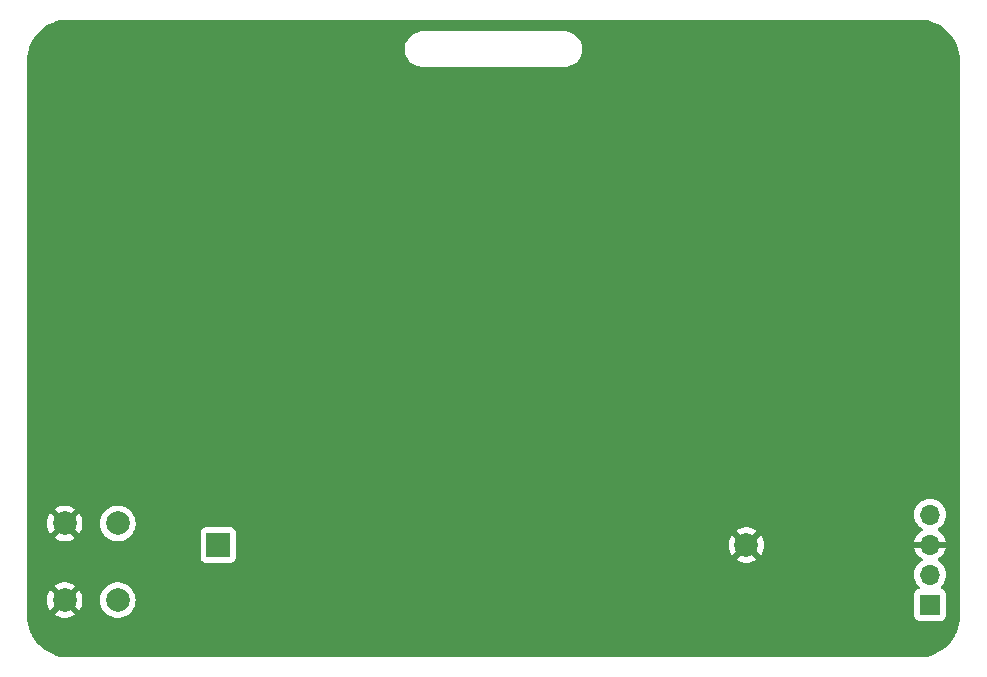
<source format=gbr>
%TF.GenerationSoftware,KiCad,Pcbnew,8.0.6*%
%TF.CreationDate,2024-12-16T19:53:59-05:00*%
%TF.ProjectId,nametag,6e616d65-7461-4672-9e6b-696361645f70,rev?*%
%TF.SameCoordinates,Original*%
%TF.FileFunction,Copper,L2,Bot*%
%TF.FilePolarity,Positive*%
%FSLAX46Y46*%
G04 Gerber Fmt 4.6, Leading zero omitted, Abs format (unit mm)*
G04 Created by KiCad (PCBNEW 8.0.6) date 2024-12-16 19:53:59*
%MOMM*%
%LPD*%
G01*
G04 APERTURE LIST*
%TA.AperFunction,ComponentPad*%
%ADD10C,2.000000*%
%TD*%
%TA.AperFunction,ComponentPad*%
%ADD11R,1.700000X1.700000*%
%TD*%
%TA.AperFunction,ComponentPad*%
%ADD12O,1.700000X1.700000*%
%TD*%
%TA.AperFunction,ComponentPad*%
%ADD13R,2.000000X2.000000*%
%TD*%
%TA.AperFunction,ViaPad*%
%ADD14C,0.600000*%
%TD*%
G04 APERTURE END LIST*
D10*
%TO.P,SW1,1,A*%
%TO.N,/Mcu/switch*%
X48188000Y-83162000D03*
X48188000Y-89662000D03*
%TO.P,SW1,2,B*%
%TO.N,GND*%
X43688000Y-83162000D03*
X43688000Y-89662000D03*
%TD*%
D11*
%TO.P,J1,1,Pin_1*%
%TO.N,/Mcu/UPDI_RSTN*%
X116967000Y-90043000D03*
D12*
%TO.P,J1,2,Pin_2*%
%TO.N,+3.3V*%
X116967000Y-87503000D03*
%TO.P,J1,3,Pin_3*%
%TO.N,GND*%
X116967000Y-84963000D03*
%TO.P,J1,4,Pin_4*%
%TO.N,/Mcu/UPDI_PROG*%
X116967000Y-82423000D03*
%TD*%
D13*
%TO.P,BT1,1,+*%
%TO.N,Net-(BT1-+)*%
X56700000Y-85000000D03*
D10*
%TO.P,BT1,2,-*%
%TO.N,GND*%
X101400000Y-85000000D03*
%TD*%
D14*
%TO.N,GND*%
X115062000Y-55626000D03*
X116205000Y-50165000D03*
X61000000Y-80000000D03*
X61000000Y-92000000D03*
X61000000Y-86000000D03*
X61000000Y-88000000D03*
X51000000Y-83000000D03*
X86995000Y-81915000D03*
X95769260Y-87514260D03*
X63000000Y-80000000D03*
X75565000Y-93345000D03*
X80010000Y-55245000D03*
X107315000Y-84455000D03*
X52000000Y-92000000D03*
X80010000Y-48895000D03*
X82651600Y-66954400D03*
X54203600Y-89509600D03*
X83185000Y-60960000D03*
X50000000Y-86000000D03*
X54610000Y-93000000D03*
X57000000Y-81000000D03*
X104241600Y-55321200D03*
X53000000Y-81000000D03*
X61000000Y-84000000D03*
X50000000Y-90000000D03*
X113665000Y-61595000D03*
X113131600Y-66903600D03*
%TD*%
%TA.AperFunction,Conductor*%
%TO.N,GND*%
G36*
X116003032Y-40500648D02*
G01*
X116336929Y-40517052D01*
X116349037Y-40518245D01*
X116452146Y-40533539D01*
X116676699Y-40566849D01*
X116688617Y-40569219D01*
X117009951Y-40649709D01*
X117021588Y-40653240D01*
X117092806Y-40678722D01*
X117333467Y-40764832D01*
X117344688Y-40769479D01*
X117644163Y-40911120D01*
X117654871Y-40916844D01*
X117938988Y-41087137D01*
X117949106Y-41093897D01*
X118215170Y-41291224D01*
X118224576Y-41298944D01*
X118470013Y-41521395D01*
X118478604Y-41529986D01*
X118550610Y-41609432D01*
X118701055Y-41775423D01*
X118708775Y-41784829D01*
X118906102Y-42050893D01*
X118912862Y-42061011D01*
X119041776Y-42276092D01*
X119083148Y-42345116D01*
X119088883Y-42355844D01*
X119227361Y-42648632D01*
X119230514Y-42655297D01*
X119235170Y-42666540D01*
X119346759Y-42978411D01*
X119350292Y-42990055D01*
X119430777Y-43311369D01*
X119433151Y-43323305D01*
X119481754Y-43650962D01*
X119482947Y-43663071D01*
X119499351Y-43996966D01*
X119499500Y-44003051D01*
X119499500Y-90996948D01*
X119499351Y-91003033D01*
X119482947Y-91336928D01*
X119481754Y-91349037D01*
X119433151Y-91676694D01*
X119430777Y-91688630D01*
X119350292Y-92009944D01*
X119346759Y-92021588D01*
X119235170Y-92333459D01*
X119230514Y-92344702D01*
X119088885Y-92644151D01*
X119083148Y-92654883D01*
X118912862Y-92938988D01*
X118906102Y-92949106D01*
X118708775Y-93215170D01*
X118701055Y-93224576D01*
X118478611Y-93470006D01*
X118470006Y-93478611D01*
X118224576Y-93701055D01*
X118215170Y-93708775D01*
X117949106Y-93906102D01*
X117938988Y-93912862D01*
X117654883Y-94083148D01*
X117644151Y-94088885D01*
X117344702Y-94230514D01*
X117333459Y-94235170D01*
X117021588Y-94346759D01*
X117009944Y-94350292D01*
X116688630Y-94430777D01*
X116676694Y-94433151D01*
X116349037Y-94481754D01*
X116336928Y-94482947D01*
X116021989Y-94498419D01*
X116003031Y-94499351D01*
X115996949Y-94499500D01*
X44003051Y-94499500D01*
X43996968Y-94499351D01*
X43976900Y-94498365D01*
X43663071Y-94482947D01*
X43650962Y-94481754D01*
X43323305Y-94433151D01*
X43311369Y-94430777D01*
X42990055Y-94350292D01*
X42978411Y-94346759D01*
X42666540Y-94235170D01*
X42655301Y-94230515D01*
X42355844Y-94088883D01*
X42345121Y-94083150D01*
X42061011Y-93912862D01*
X42050893Y-93906102D01*
X41784829Y-93708775D01*
X41775423Y-93701055D01*
X41736475Y-93665755D01*
X41529986Y-93478604D01*
X41521395Y-93470013D01*
X41298944Y-93224576D01*
X41291224Y-93215170D01*
X41093897Y-92949106D01*
X41087137Y-92938988D01*
X40916844Y-92654871D01*
X40911120Y-92644163D01*
X40769479Y-92344688D01*
X40764829Y-92333459D01*
X40653240Y-92021588D01*
X40649707Y-92009944D01*
X40640958Y-91975015D01*
X40569219Y-91688617D01*
X40566848Y-91676694D01*
X40518245Y-91349037D01*
X40517052Y-91336927D01*
X40517045Y-91336793D01*
X40500649Y-91003032D01*
X40500500Y-90996948D01*
X40500500Y-89661994D01*
X42182859Y-89661994D01*
X42182859Y-89662005D01*
X42203385Y-89909729D01*
X42203387Y-89909738D01*
X42264412Y-90150717D01*
X42364266Y-90378364D01*
X42464564Y-90531882D01*
X43164212Y-89832234D01*
X43175482Y-89874292D01*
X43247890Y-89999708D01*
X43350292Y-90102110D01*
X43475708Y-90174518D01*
X43517765Y-90185787D01*
X42817942Y-90885609D01*
X42864768Y-90922055D01*
X42864770Y-90922056D01*
X43083385Y-91040364D01*
X43083396Y-91040369D01*
X43318506Y-91121083D01*
X43563707Y-91162000D01*
X43812293Y-91162000D01*
X44057493Y-91121083D01*
X44292603Y-91040369D01*
X44292614Y-91040364D01*
X44511228Y-90922057D01*
X44511231Y-90922055D01*
X44558056Y-90885609D01*
X43858234Y-90185787D01*
X43900292Y-90174518D01*
X44025708Y-90102110D01*
X44128110Y-89999708D01*
X44200518Y-89874292D01*
X44211787Y-89832235D01*
X44911434Y-90531882D01*
X45011731Y-90378369D01*
X45111587Y-90150717D01*
X45172612Y-89909738D01*
X45172614Y-89909729D01*
X45193141Y-89662005D01*
X45193141Y-89661994D01*
X46682357Y-89661994D01*
X46682357Y-89662005D01*
X46702890Y-89909812D01*
X46702892Y-89909824D01*
X46763936Y-90150881D01*
X46863826Y-90378606D01*
X46999833Y-90586782D01*
X46999836Y-90586785D01*
X47168256Y-90769738D01*
X47364491Y-90922474D01*
X47364493Y-90922475D01*
X47582332Y-91040364D01*
X47583190Y-91040828D01*
X47802141Y-91115994D01*
X47816964Y-91121083D01*
X47818386Y-91121571D01*
X48063665Y-91162500D01*
X48312335Y-91162500D01*
X48557614Y-91121571D01*
X48792810Y-91040828D01*
X49011509Y-90922474D01*
X49207744Y-90769738D01*
X49376164Y-90586785D01*
X49512173Y-90378607D01*
X49612063Y-90150881D01*
X49673108Y-89909821D01*
X49693643Y-89662000D01*
X49673108Y-89414179D01*
X49673107Y-89414175D01*
X49612063Y-89173118D01*
X49512173Y-88945393D01*
X49376166Y-88737217D01*
X49303534Y-88658318D01*
X49207744Y-88554262D01*
X49011509Y-88401526D01*
X49011507Y-88401525D01*
X49011506Y-88401524D01*
X48792811Y-88283172D01*
X48792802Y-88283169D01*
X48557616Y-88202429D01*
X48312335Y-88161500D01*
X48063665Y-88161500D01*
X47818383Y-88202429D01*
X47583197Y-88283169D01*
X47583188Y-88283172D01*
X47364493Y-88401524D01*
X47168257Y-88554261D01*
X46999833Y-88737217D01*
X46863826Y-88945393D01*
X46763936Y-89173118D01*
X46702892Y-89414175D01*
X46702890Y-89414187D01*
X46682357Y-89661994D01*
X45193141Y-89661994D01*
X45172614Y-89414270D01*
X45172612Y-89414261D01*
X45111587Y-89173282D01*
X45011731Y-88945630D01*
X44911434Y-88792116D01*
X44211787Y-89491764D01*
X44200518Y-89449708D01*
X44128110Y-89324292D01*
X44025708Y-89221890D01*
X43900292Y-89149482D01*
X43858235Y-89138212D01*
X44558057Y-88438390D01*
X44558056Y-88438389D01*
X44511229Y-88401943D01*
X44292614Y-88283635D01*
X44292603Y-88283630D01*
X44057493Y-88202916D01*
X43812293Y-88162000D01*
X43563707Y-88162000D01*
X43318506Y-88202916D01*
X43083396Y-88283630D01*
X43083390Y-88283632D01*
X42864761Y-88401949D01*
X42817942Y-88438388D01*
X42817942Y-88438390D01*
X43517765Y-89138212D01*
X43475708Y-89149482D01*
X43350292Y-89221890D01*
X43247890Y-89324292D01*
X43175482Y-89449708D01*
X43164212Y-89491764D01*
X42464564Y-88792116D01*
X42364267Y-88945632D01*
X42264412Y-89173282D01*
X42203387Y-89414261D01*
X42203385Y-89414270D01*
X42182859Y-89661994D01*
X40500500Y-89661994D01*
X40500500Y-83161994D01*
X42182859Y-83161994D01*
X42182859Y-83162005D01*
X42203385Y-83409729D01*
X42203387Y-83409738D01*
X42264412Y-83650717D01*
X42364266Y-83878364D01*
X42464564Y-84031882D01*
X43164212Y-83332234D01*
X43175482Y-83374292D01*
X43247890Y-83499708D01*
X43350292Y-83602110D01*
X43475708Y-83674518D01*
X43517765Y-83685787D01*
X42817942Y-84385609D01*
X42864768Y-84422055D01*
X42864770Y-84422056D01*
X43083385Y-84540364D01*
X43083396Y-84540369D01*
X43318506Y-84621083D01*
X43563707Y-84662000D01*
X43812293Y-84662000D01*
X44057493Y-84621083D01*
X44292603Y-84540369D01*
X44292614Y-84540364D01*
X44511228Y-84422057D01*
X44511231Y-84422055D01*
X44558056Y-84385609D01*
X43858234Y-83685787D01*
X43900292Y-83674518D01*
X44025708Y-83602110D01*
X44128110Y-83499708D01*
X44200518Y-83374292D01*
X44211787Y-83332235D01*
X44911434Y-84031882D01*
X45011731Y-83878369D01*
X45111587Y-83650717D01*
X45172612Y-83409738D01*
X45172614Y-83409729D01*
X45193141Y-83162005D01*
X45193141Y-83161994D01*
X46682357Y-83161994D01*
X46682357Y-83162005D01*
X46702890Y-83409812D01*
X46702892Y-83409824D01*
X46763936Y-83650881D01*
X46863826Y-83878606D01*
X46999833Y-84086782D01*
X47032245Y-84121991D01*
X47168256Y-84269738D01*
X47364491Y-84422474D01*
X47473840Y-84481651D01*
X47582332Y-84540364D01*
X47583190Y-84540828D01*
X47731952Y-84591898D01*
X47816964Y-84621083D01*
X47818386Y-84621571D01*
X48063665Y-84662500D01*
X48312335Y-84662500D01*
X48557614Y-84621571D01*
X48792810Y-84540828D01*
X49011509Y-84422474D01*
X49207744Y-84269738D01*
X49376164Y-84086785D01*
X49464135Y-83952135D01*
X55199500Y-83952135D01*
X55199500Y-86047870D01*
X55199501Y-86047876D01*
X55205908Y-86107483D01*
X55256202Y-86242328D01*
X55256206Y-86242335D01*
X55342452Y-86357544D01*
X55342455Y-86357547D01*
X55457664Y-86443793D01*
X55457671Y-86443797D01*
X55592517Y-86494091D01*
X55592516Y-86494091D01*
X55599444Y-86494835D01*
X55652127Y-86500500D01*
X57747872Y-86500499D01*
X57807483Y-86494091D01*
X57942331Y-86443796D01*
X58057546Y-86357546D01*
X58143796Y-86242331D01*
X58194091Y-86107483D01*
X58200500Y-86047873D01*
X58200499Y-84999994D01*
X99894859Y-84999994D01*
X99894859Y-85000005D01*
X99915385Y-85247729D01*
X99915387Y-85247738D01*
X99976412Y-85488717D01*
X100076266Y-85716364D01*
X100176564Y-85869882D01*
X100908871Y-85137575D01*
X100924755Y-85196853D01*
X100991898Y-85313147D01*
X101086853Y-85408102D01*
X101203147Y-85475245D01*
X101262424Y-85491128D01*
X100529942Y-86223609D01*
X100576768Y-86260055D01*
X100576770Y-86260056D01*
X100795385Y-86378364D01*
X100795396Y-86378369D01*
X101030506Y-86459083D01*
X101275707Y-86500000D01*
X101524293Y-86500000D01*
X101769493Y-86459083D01*
X102004603Y-86378369D01*
X102004614Y-86378364D01*
X102223228Y-86260057D01*
X102223231Y-86260055D01*
X102270056Y-86223609D01*
X101537575Y-85491128D01*
X101596853Y-85475245D01*
X101713147Y-85408102D01*
X101808102Y-85313147D01*
X101875245Y-85196853D01*
X101891127Y-85137575D01*
X102623434Y-85869882D01*
X102723731Y-85716369D01*
X102823587Y-85488717D01*
X102884612Y-85247738D01*
X102884614Y-85247729D01*
X102905141Y-85000005D01*
X102905141Y-84999994D01*
X102884614Y-84752270D01*
X102884612Y-84752261D01*
X102823587Y-84511282D01*
X102723731Y-84283630D01*
X102623434Y-84130116D01*
X101891127Y-84862423D01*
X101875245Y-84803147D01*
X101808102Y-84686853D01*
X101713147Y-84591898D01*
X101596853Y-84524755D01*
X101537575Y-84508872D01*
X102270057Y-83776390D01*
X102270056Y-83776389D01*
X102223229Y-83739943D01*
X102004614Y-83621635D01*
X102004603Y-83621630D01*
X101769493Y-83540916D01*
X101524293Y-83500000D01*
X101275707Y-83500000D01*
X101030506Y-83540916D01*
X100795396Y-83621630D01*
X100795390Y-83621632D01*
X100576761Y-83739949D01*
X100529942Y-83776388D01*
X100529942Y-83776390D01*
X101262424Y-84508871D01*
X101203147Y-84524755D01*
X101086853Y-84591898D01*
X100991898Y-84686853D01*
X100924755Y-84803147D01*
X100908872Y-84862424D01*
X100176564Y-84130116D01*
X100076267Y-84283632D01*
X99976412Y-84511282D01*
X99915387Y-84752261D01*
X99915385Y-84752270D01*
X99894859Y-84999994D01*
X58200499Y-84999994D01*
X58200499Y-83952128D01*
X58194091Y-83892517D01*
X58188814Y-83878369D01*
X58143797Y-83757671D01*
X58143793Y-83757664D01*
X58057547Y-83642455D01*
X58057544Y-83642452D01*
X57942335Y-83556206D01*
X57942328Y-83556202D01*
X57807482Y-83505908D01*
X57807483Y-83505908D01*
X57747883Y-83499501D01*
X57747881Y-83499500D01*
X57747873Y-83499500D01*
X57747864Y-83499500D01*
X55652129Y-83499500D01*
X55652123Y-83499501D01*
X55592516Y-83505908D01*
X55457671Y-83556202D01*
X55457664Y-83556206D01*
X55342455Y-83642452D01*
X55342452Y-83642455D01*
X55256206Y-83757664D01*
X55256202Y-83757671D01*
X55205908Y-83892517D01*
X55202428Y-83924890D01*
X55199501Y-83952123D01*
X55199500Y-83952135D01*
X49464135Y-83952135D01*
X49512173Y-83878607D01*
X49612063Y-83650881D01*
X49673108Y-83409821D01*
X49682672Y-83294401D01*
X49693643Y-83162005D01*
X49693643Y-83161994D01*
X49673109Y-82914187D01*
X49673107Y-82914175D01*
X49612063Y-82673118D01*
X49512173Y-82445393D01*
X49497542Y-82422999D01*
X115611341Y-82422999D01*
X115611341Y-82423000D01*
X115631936Y-82658403D01*
X115631938Y-82658413D01*
X115693094Y-82886655D01*
X115693096Y-82886659D01*
X115693097Y-82886663D01*
X115787724Y-83089591D01*
X115792965Y-83100830D01*
X115792967Y-83100834D01*
X115835797Y-83162001D01*
X115928505Y-83294401D01*
X116095599Y-83461495D01*
X116230854Y-83556202D01*
X116281594Y-83591730D01*
X116325219Y-83646307D01*
X116332413Y-83715805D01*
X116300890Y-83778160D01*
X116281595Y-83794880D01*
X116095922Y-83924890D01*
X116095920Y-83924891D01*
X115928891Y-84091920D01*
X115928886Y-84091926D01*
X115793400Y-84285420D01*
X115793399Y-84285422D01*
X115693570Y-84499507D01*
X115693567Y-84499513D01*
X115636364Y-84712999D01*
X115636364Y-84713000D01*
X116533988Y-84713000D01*
X116501075Y-84770007D01*
X116467000Y-84897174D01*
X116467000Y-85028826D01*
X116501075Y-85155993D01*
X116533988Y-85213000D01*
X115636364Y-85213000D01*
X115693567Y-85426486D01*
X115693570Y-85426492D01*
X115793399Y-85640578D01*
X115928894Y-85834082D01*
X116095917Y-86001105D01*
X116281595Y-86131119D01*
X116325219Y-86185696D01*
X116332412Y-86255195D01*
X116300890Y-86317549D01*
X116281595Y-86334269D01*
X116095594Y-86464508D01*
X115928505Y-86631597D01*
X115792965Y-86825169D01*
X115792964Y-86825171D01*
X115693098Y-87039335D01*
X115693094Y-87039344D01*
X115631938Y-87267586D01*
X115631936Y-87267596D01*
X115611341Y-87502999D01*
X115611341Y-87503000D01*
X115631936Y-87738403D01*
X115631938Y-87738413D01*
X115693094Y-87966655D01*
X115693096Y-87966659D01*
X115693097Y-87966663D01*
X115783951Y-88161500D01*
X115792965Y-88180830D01*
X115792967Y-88180834D01*
X115864946Y-88283630D01*
X115928501Y-88374396D01*
X115928506Y-88374402D01*
X116050430Y-88496326D01*
X116083915Y-88557649D01*
X116078931Y-88627341D01*
X116037059Y-88683274D01*
X116006083Y-88700189D01*
X115874669Y-88749203D01*
X115874664Y-88749206D01*
X115759455Y-88835452D01*
X115759452Y-88835455D01*
X115673206Y-88950664D01*
X115673202Y-88950671D01*
X115622908Y-89085517D01*
X115616501Y-89145116D01*
X115616501Y-89145123D01*
X115616500Y-89145135D01*
X115616500Y-90940870D01*
X115616501Y-90940876D01*
X115622908Y-91000483D01*
X115673202Y-91135328D01*
X115673206Y-91135335D01*
X115759452Y-91250544D01*
X115759455Y-91250547D01*
X115874664Y-91336793D01*
X115874671Y-91336797D01*
X116009517Y-91387091D01*
X116009516Y-91387091D01*
X116016444Y-91387835D01*
X116069127Y-91393500D01*
X117864872Y-91393499D01*
X117924483Y-91387091D01*
X118059331Y-91336796D01*
X118174546Y-91250546D01*
X118260796Y-91135331D01*
X118311091Y-91000483D01*
X118317500Y-90940873D01*
X118317499Y-89145128D01*
X118311091Y-89085517D01*
X118260796Y-88950669D01*
X118260795Y-88950668D01*
X118260793Y-88950664D01*
X118174547Y-88835455D01*
X118174544Y-88835452D01*
X118059335Y-88749206D01*
X118059328Y-88749202D01*
X117927917Y-88700189D01*
X117871983Y-88658318D01*
X117847566Y-88592853D01*
X117862418Y-88524580D01*
X117883563Y-88496332D01*
X118005495Y-88374401D01*
X118141035Y-88180830D01*
X118240903Y-87966663D01*
X118302063Y-87738408D01*
X118322659Y-87503000D01*
X118302063Y-87267592D01*
X118240903Y-87039337D01*
X118141035Y-86825171D01*
X118005495Y-86631599D01*
X118005494Y-86631597D01*
X117838402Y-86464506D01*
X117838401Y-86464505D01*
X117652405Y-86334269D01*
X117608781Y-86279692D01*
X117601588Y-86210193D01*
X117633110Y-86147839D01*
X117652405Y-86131119D01*
X117838082Y-86001105D01*
X118005105Y-85834082D01*
X118140600Y-85640578D01*
X118240429Y-85426492D01*
X118240432Y-85426486D01*
X118297636Y-85213000D01*
X117400012Y-85213000D01*
X117432925Y-85155993D01*
X117467000Y-85028826D01*
X117467000Y-84897174D01*
X117432925Y-84770007D01*
X117400012Y-84713000D01*
X118297636Y-84713000D01*
X118297635Y-84712999D01*
X118240432Y-84499513D01*
X118240429Y-84499507D01*
X118140600Y-84285422D01*
X118140599Y-84285420D01*
X118005113Y-84091926D01*
X118005108Y-84091920D01*
X117838078Y-83924890D01*
X117652405Y-83794879D01*
X117608780Y-83740302D01*
X117601588Y-83670804D01*
X117633110Y-83608449D01*
X117652406Y-83591730D01*
X117838401Y-83461495D01*
X118005495Y-83294401D01*
X118141035Y-83100830D01*
X118240903Y-82886663D01*
X118302063Y-82658408D01*
X118322659Y-82423000D01*
X118302063Y-82187592D01*
X118240903Y-81959337D01*
X118141035Y-81745171D01*
X118082799Y-81662000D01*
X118005494Y-81551597D01*
X117838402Y-81384506D01*
X117838395Y-81384501D01*
X117644834Y-81248967D01*
X117644830Y-81248965D01*
X117644828Y-81248964D01*
X117430663Y-81149097D01*
X117430659Y-81149096D01*
X117430655Y-81149094D01*
X117202413Y-81087938D01*
X117202403Y-81087936D01*
X116967001Y-81067341D01*
X116966999Y-81067341D01*
X116731596Y-81087936D01*
X116731586Y-81087938D01*
X116503344Y-81149094D01*
X116503335Y-81149098D01*
X116289171Y-81248964D01*
X116289169Y-81248965D01*
X116095597Y-81384505D01*
X115928505Y-81551597D01*
X115792965Y-81745169D01*
X115792964Y-81745171D01*
X115693098Y-81959335D01*
X115693094Y-81959344D01*
X115631938Y-82187586D01*
X115631936Y-82187596D01*
X115611341Y-82422999D01*
X49497542Y-82422999D01*
X49376166Y-82237217D01*
X49354557Y-82213744D01*
X49207744Y-82054262D01*
X49011509Y-81901526D01*
X49011507Y-81901525D01*
X49011506Y-81901524D01*
X48792811Y-81783172D01*
X48792802Y-81783169D01*
X48557616Y-81702429D01*
X48312335Y-81661500D01*
X48063665Y-81661500D01*
X47818383Y-81702429D01*
X47583197Y-81783169D01*
X47583188Y-81783172D01*
X47364493Y-81901524D01*
X47168257Y-82054261D01*
X46999833Y-82237217D01*
X46863826Y-82445393D01*
X46763936Y-82673118D01*
X46702892Y-82914175D01*
X46702890Y-82914187D01*
X46682357Y-83161994D01*
X45193141Y-83161994D01*
X45172614Y-82914270D01*
X45172612Y-82914261D01*
X45111587Y-82673282D01*
X45011731Y-82445630D01*
X44911434Y-82292116D01*
X44211787Y-82991764D01*
X44200518Y-82949708D01*
X44128110Y-82824292D01*
X44025708Y-82721890D01*
X43900292Y-82649482D01*
X43858235Y-82638212D01*
X44558057Y-81938390D01*
X44558056Y-81938389D01*
X44511229Y-81901943D01*
X44292614Y-81783635D01*
X44292603Y-81783630D01*
X44057493Y-81702916D01*
X43812293Y-81662000D01*
X43563707Y-81662000D01*
X43318506Y-81702916D01*
X43083396Y-81783630D01*
X43083390Y-81783632D01*
X42864761Y-81901949D01*
X42817942Y-81938388D01*
X42817942Y-81938390D01*
X43517765Y-82638212D01*
X43475708Y-82649482D01*
X43350292Y-82721890D01*
X43247890Y-82824292D01*
X43175482Y-82949708D01*
X43164212Y-82991764D01*
X42464564Y-82292116D01*
X42364267Y-82445632D01*
X42264412Y-82673282D01*
X42203387Y-82914261D01*
X42203385Y-82914270D01*
X42182859Y-83161994D01*
X40500500Y-83161994D01*
X40500500Y-44003051D01*
X40500649Y-43996967D01*
X40517052Y-43663072D01*
X40518245Y-43650962D01*
X40550639Y-43432580D01*
X40566849Y-43323296D01*
X40569218Y-43311385D01*
X40649710Y-42990043D01*
X40653240Y-42978411D01*
X40687772Y-42881902D01*
X72499500Y-42881902D01*
X72499500Y-43118097D01*
X72536446Y-43351368D01*
X72609433Y-43575996D01*
X72653801Y-43663072D01*
X72716657Y-43786433D01*
X72855483Y-43977510D01*
X73022490Y-44144517D01*
X73213567Y-44283343D01*
X73312991Y-44334002D01*
X73424003Y-44390566D01*
X73424005Y-44390566D01*
X73424008Y-44390568D01*
X73544412Y-44429689D01*
X73648631Y-44463553D01*
X73881903Y-44500500D01*
X73881908Y-44500500D01*
X86118097Y-44500500D01*
X86351368Y-44463553D01*
X86575992Y-44390568D01*
X86786433Y-44283343D01*
X86977510Y-44144517D01*
X87144517Y-43977510D01*
X87283343Y-43786433D01*
X87390568Y-43575992D01*
X87463553Y-43351368D01*
X87479648Y-43249750D01*
X87500500Y-43118097D01*
X87500500Y-42881902D01*
X87463553Y-42648631D01*
X87390566Y-42424003D01*
X87283342Y-42213566D01*
X87144517Y-42022490D01*
X86977510Y-41855483D01*
X86786433Y-41716657D01*
X86575996Y-41609433D01*
X86351368Y-41536446D01*
X86118097Y-41499500D01*
X86118092Y-41499500D01*
X86065892Y-41499500D01*
X74065892Y-41499500D01*
X74000000Y-41499500D01*
X73881908Y-41499500D01*
X73881903Y-41499500D01*
X73648631Y-41536446D01*
X73424003Y-41609433D01*
X73213566Y-41716657D01*
X73104550Y-41795862D01*
X73022490Y-41855483D01*
X73022488Y-41855485D01*
X73022487Y-41855485D01*
X72855485Y-42022487D01*
X72855485Y-42022488D01*
X72855483Y-42022490D01*
X72834847Y-42050893D01*
X72716657Y-42213566D01*
X72609433Y-42424003D01*
X72536446Y-42648631D01*
X72499500Y-42881902D01*
X40687772Y-42881902D01*
X40764835Y-42666525D01*
X40769476Y-42655318D01*
X40911124Y-42355828D01*
X40916840Y-42345136D01*
X41087145Y-42060998D01*
X41093888Y-42050905D01*
X41291232Y-41784818D01*
X41298935Y-41775433D01*
X41521405Y-41529975D01*
X41529975Y-41521405D01*
X41775433Y-41298935D01*
X41784818Y-41291232D01*
X42050905Y-41093888D01*
X42060998Y-41087145D01*
X42345136Y-40916840D01*
X42355828Y-40911124D01*
X42655318Y-40769476D01*
X42666525Y-40764835D01*
X42978412Y-40653239D01*
X42990043Y-40649710D01*
X43311385Y-40569218D01*
X43323296Y-40566849D01*
X43650962Y-40518244D01*
X43663068Y-40517052D01*
X43996967Y-40500648D01*
X44003051Y-40500500D01*
X44065892Y-40500500D01*
X115934108Y-40500500D01*
X115996949Y-40500500D01*
X116003032Y-40500648D01*
G37*
%TD.AperFunction*%
%TD*%
M02*

</source>
